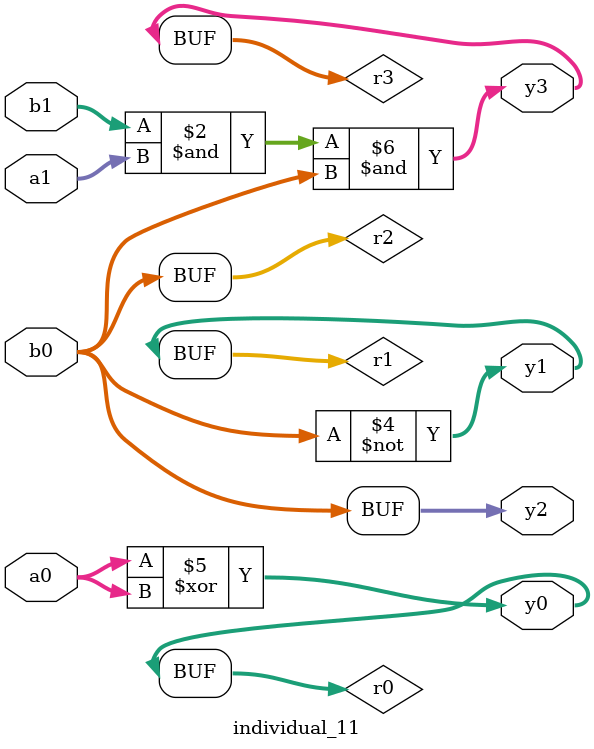
<source format=sv>
module individual_11(input logic [15:0] a1, input logic [15:0] a0, input logic [15:0] b1, input logic [15:0] b0, output logic [15:0] y3, output logic [15:0] y2, output logic [15:0] y1, output logic [15:0] y0);
logic [15:0] r0, r1, r2, r3; 
 always@(*) begin 
	 r0 = a0; r1 = a1; r2 = b0; r3 = b1; 
 	 r3  &=  r1 ;
 	 r1  &=  b0 ;
 	 r1 = ~ b0 ;
 	 r0  ^=  r0 ;
 	 r3  &=  r2 ;
 	 y3 = r3; y2 = r2; y1 = r1; y0 = r0; 
end
endmodule
</source>
